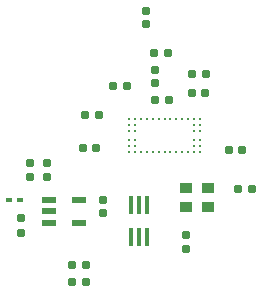
<source format=gbr>
%TF.GenerationSoftware,KiCad,Pcbnew,(6.0.8)*%
%TF.CreationDate,2023-01-31T16:58:12-08:00*%
%TF.ProjectId,Microwave Sensor v2,4d696372-6f77-4617-9665-2053656e736f,rev?*%
%TF.SameCoordinates,Original*%
%TF.FileFunction,Paste,Top*%
%TF.FilePolarity,Positive*%
%FSLAX46Y46*%
G04 Gerber Fmt 4.6, Leading zero omitted, Abs format (unit mm)*
G04 Created by KiCad (PCBNEW (6.0.8)) date 2023-01-31 16:58:12*
%MOMM*%
%LPD*%
G01*
G04 APERTURE LIST*
G04 Aperture macros list*
%AMRoundRect*
0 Rectangle with rounded corners*
0 $1 Rounding radius*
0 $2 $3 $4 $5 $6 $7 $8 $9 X,Y pos of 4 corners*
0 Add a 4 corners polygon primitive as box body*
4,1,4,$2,$3,$4,$5,$6,$7,$8,$9,$2,$3,0*
0 Add four circle primitives for the rounded corners*
1,1,$1+$1,$2,$3*
1,1,$1+$1,$4,$5*
1,1,$1+$1,$6,$7*
1,1,$1+$1,$8,$9*
0 Add four rect primitives between the rounded corners*
20,1,$1+$1,$2,$3,$4,$5,0*
20,1,$1+$1,$4,$5,$6,$7,0*
20,1,$1+$1,$6,$7,$8,$9,0*
20,1,$1+$1,$8,$9,$2,$3,0*%
G04 Aperture macros list end*
%ADD10RoundRect,0.155000X0.155000X-0.212500X0.155000X0.212500X-0.155000X0.212500X-0.155000X-0.212500X0*%
%ADD11RoundRect,0.155000X-0.212500X-0.155000X0.212500X-0.155000X0.212500X0.155000X-0.212500X0.155000X0*%
%ADD12R,1.000000X0.950000*%
%ADD13RoundRect,0.155000X-0.155000X0.212500X-0.155000X-0.212500X0.155000X-0.212500X0.155000X0.212500X0*%
%ADD14R,1.200000X0.600000*%
%ADD15RoundRect,0.160000X-0.160000X0.197500X-0.160000X-0.197500X0.160000X-0.197500X0.160000X0.197500X0*%
%ADD16RoundRect,0.160000X-0.197500X-0.160000X0.197500X-0.160000X0.197500X0.160000X-0.197500X0.160000X0*%
%ADD17RoundRect,0.160000X0.197500X0.160000X-0.197500X0.160000X-0.197500X-0.160000X0.197500X-0.160000X0*%
%ADD18C,0.250000*%
%ADD19R,0.400000X1.500000*%
%ADD20R,0.550000X0.400000*%
G04 APERTURE END LIST*
D10*
%TO.C,C15*%
X140400000Y-88867500D03*
X140400000Y-87732500D03*
%TD*%
D11*
%TO.C,C4*%
X134241859Y-94375000D03*
X135376859Y-94375000D03*
%TD*%
D12*
%TO.C,Y1*%
X144825000Y-97750000D03*
X142975000Y-97750000D03*
X142975000Y-99300000D03*
X144825000Y-99300000D03*
%TD*%
D13*
%TO.C,C1*%
X131200000Y-95632500D03*
X131200000Y-96767500D03*
%TD*%
D10*
%TO.C,C14*%
X139600000Y-83851250D03*
X139600000Y-82716250D03*
%TD*%
D11*
%TO.C,C10*%
X140309359Y-86275000D03*
X141444359Y-86275000D03*
%TD*%
D14*
%TO.C,IC1*%
X131400000Y-98750000D03*
X131400000Y-99700000D03*
X131400000Y-100650000D03*
X133900000Y-100650000D03*
X133900000Y-98750000D03*
%TD*%
D13*
%TO.C,C2*%
X129800000Y-95632500D03*
X129800000Y-96767500D03*
%TD*%
%TO.C,C3*%
X136000000Y-98732500D03*
X136000000Y-99867500D03*
%TD*%
D11*
%TO.C,C13*%
X143509359Y-89675000D03*
X144644359Y-89675000D03*
%TD*%
D15*
%TO.C,R1*%
X129000000Y-100302500D03*
X129000000Y-101497500D03*
%TD*%
D16*
%TO.C,R4*%
X134402500Y-91500000D03*
X135597500Y-91500000D03*
%TD*%
D17*
%TO.C,R8*%
X137972500Y-89100000D03*
X136777500Y-89100000D03*
%TD*%
%TO.C,R5*%
X134495000Y-105700000D03*
X133300000Y-105700000D03*
%TD*%
D11*
%TO.C,C11*%
X140409359Y-90275000D03*
X141544359Y-90275000D03*
%TD*%
D18*
%TO.C,U1*%
X138176859Y-94650000D03*
X138176859Y-94150000D03*
X138176859Y-93650000D03*
X138176859Y-92900000D03*
X138176859Y-92400000D03*
X138176859Y-91900000D03*
X138676859Y-94650000D03*
X138676859Y-94150000D03*
X138676859Y-93650000D03*
X138676859Y-92900000D03*
X138676859Y-92400000D03*
X138676859Y-91900000D03*
X139176859Y-94650000D03*
X139176859Y-91900000D03*
X139676859Y-94650000D03*
X139676859Y-91900000D03*
X140176859Y-94650000D03*
X140176859Y-91900000D03*
X140676859Y-94650000D03*
X140676859Y-91900000D03*
X141176859Y-94650000D03*
X141176859Y-91900000D03*
X141676859Y-94650000D03*
X141676239Y-91900000D03*
X142176859Y-94650000D03*
X142176859Y-91900000D03*
X142676859Y-94650000D03*
X142675000Y-91900000D03*
X143176859Y-94650000D03*
X143174381Y-91900000D03*
X143676859Y-94650000D03*
X143676859Y-94150000D03*
X143676859Y-93650000D03*
X143676859Y-92900000D03*
X143676859Y-92400000D03*
X143676859Y-91900000D03*
X144176859Y-94650000D03*
X144176859Y-94150000D03*
X144176859Y-93650000D03*
X144176859Y-92900000D03*
X144176859Y-92400000D03*
X144173142Y-91900000D03*
%TD*%
D11*
%TO.C,C8*%
X147407500Y-97800000D03*
X148542500Y-97800000D03*
%TD*%
%TO.C,C5*%
X146609359Y-94475000D03*
X147744359Y-94475000D03*
%TD*%
D17*
%TO.C,R6*%
X134497500Y-104200000D03*
X133302500Y-104200000D03*
%TD*%
D11*
%TO.C,C17*%
X143532500Y-88100000D03*
X144667500Y-88100000D03*
%TD*%
D19*
%TO.C,U2*%
X138350000Y-101830000D03*
X139000000Y-101830000D03*
X139650000Y-101830000D03*
X139650000Y-99170000D03*
X139000000Y-99170000D03*
X138350000Y-99170000D03*
%TD*%
D20*
%TO.C,FB1*%
X128050000Y-98700000D03*
X128950000Y-98700000D03*
%TD*%
D10*
%TO.C,C9*%
X142975000Y-102867500D03*
X142975000Y-101732500D03*
%TD*%
M02*

</source>
